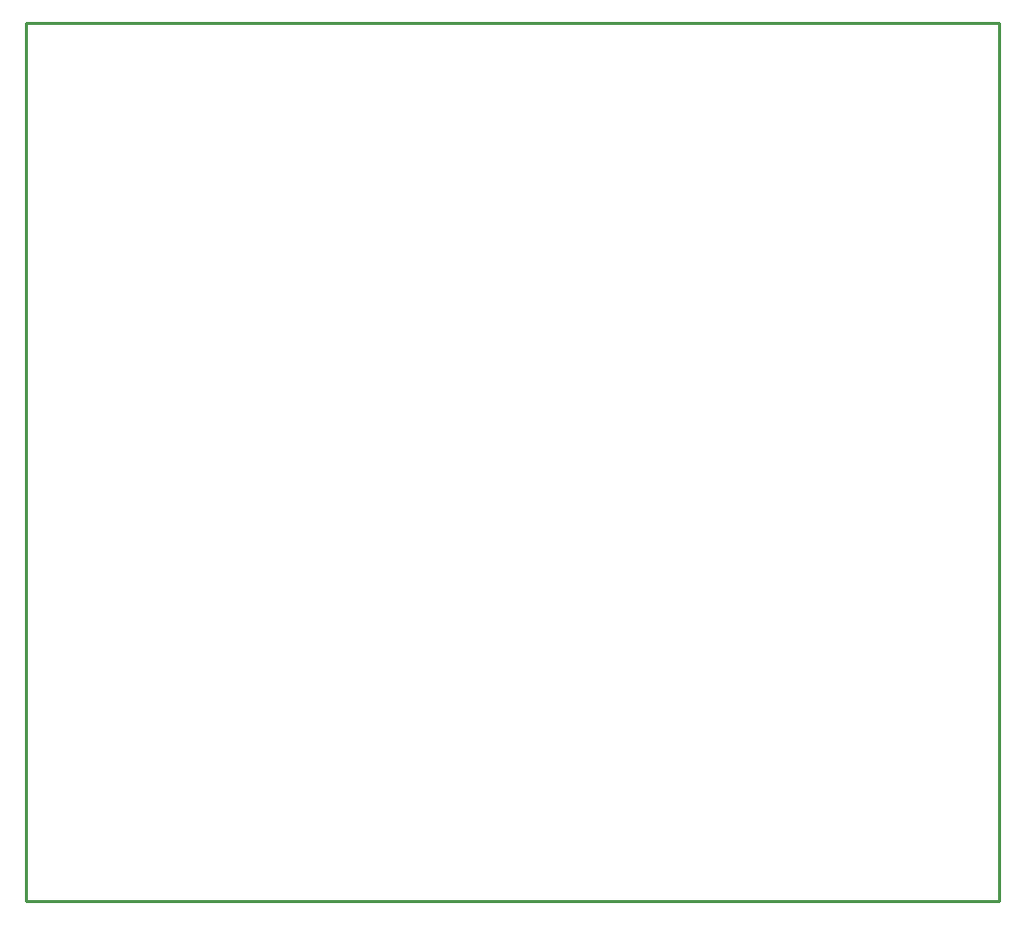
<source format=gko>
G04 EAGLE Gerber RS-274X export*
G75*
%MOMM*%
%FSLAX34Y34*%
%LPD*%
%IN*%
%IPPOS*%
%AMOC8*
5,1,8,0,0,1.08239X$1,22.5*%
G01*
%ADD10C,0.254000*%


D10*
X0Y254000D02*
X826000Y254000D01*
X826000Y1000000D01*
X0Y1000000D01*
X0Y254000D01*
M02*

</source>
